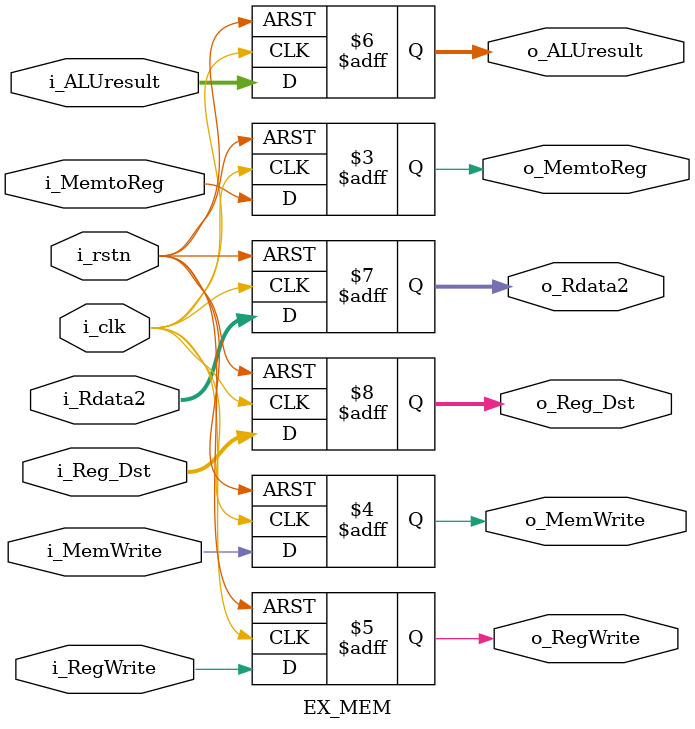
<source format=v>
`timescale 1ns / 1ps
module EX_MEM(
    input i_clk, 
    input i_rstn, 
    input i_MemtoReg, 
    input i_MemWrite, 
    input i_RegWrite, 
    input [31:0] i_ALUresult, 
    input [31:0] i_Rdata2,
    input [4:0] i_Reg_Dst, 
    output reg o_MemtoReg, 
    output reg o_MemWrite,  
    output reg o_RegWrite, 
    output reg [31:0] o_ALUresult, 
    output reg [31:0] o_Rdata2, 
    output reg [4:0] o_Reg_Dst
);
always @(posedge i_clk, negedge i_rstn) begin
    if(!i_rstn) begin
        o_MemtoReg <= 1'b0;
        o_MemWrite <= 1'b0;
        o_RegWrite <= 1'b0;
        o_ALUresult <= 32'd0;
        o_Rdata2 <= 32'd0;
        o_Reg_Dst <= 5'd0;
    end
    else begin
        o_MemtoReg <= i_MemtoReg;
        o_MemWrite <= i_MemWrite;
        o_RegWrite <= i_RegWrite;
        o_ALUresult <= i_ALUresult;
        o_Rdata2 <= i_Rdata2;
        o_Reg_Dst <= i_Reg_Dst;
    end 
end
endmodule

</source>
